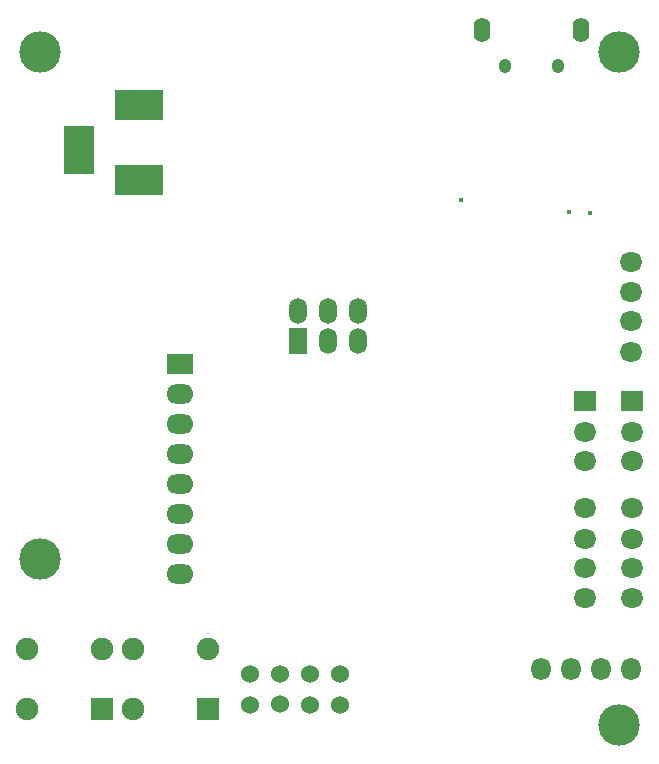
<source format=gbs>
%FSTAX23Y23*%
%MOIN*%
%SFA1B1*%

%IPPOS*%
%ADD40R,0.100000X0.160000*%
%ADD41R,0.160000X0.100000*%
%ADD42O,0.065000X0.075000*%
%ADD43C,0.138000*%
%ADD44O,0.090000X0.065000*%
%ADD45R,0.090000X0.065000*%
%ADD46O,0.075000X0.065000*%
%ADD47R,0.075000X0.075000*%
%ADD48C,0.075000*%
%ADD49O,0.041300X0.049200*%
%ADD50R,0.060000X0.086000*%
%ADD51O,0.060000X0.086000*%
%ADD52R,0.075000X0.065000*%
%ADD53C,0.060000*%
%ADD54C,0.015700*%
%ADD58O,0.055100X0.082700*%
%LNpcb_bug_v2-1*%
%LPD*%
G54D40*
X0227Y03495D03*
G54D41*
X0247Y03645D03*
Y03395D03*
G54D42*
X0381Y01766D03*
X03911D03*
X04009D03*
X0411D03*
G54D43*
X0407Y01578D03*
X02139Y03822D03*
X0407D03*
X0214Y0213D03*
G54D44*
X02605Y0208D03*
Y0228D03*
Y0248D03*
Y0258D03*
Y0268D03*
Y0238D03*
Y0218D03*
G54D45*
X02605Y0278D03*
G54D46*
X03957Y02D03*
Y02101D03*
Y02199D03*
Y023D03*
X04109Y02823D03*
Y02924D03*
Y03022D03*
Y03123D03*
X04113Y02D03*
Y02101D03*
Y02199D03*
Y023D03*
X03957Y02458D03*
Y02556D03*
X04113Y02458D03*
Y02556D03*
G54D47*
X02346Y0163D03*
X02698Y0163D03*
G54D48*
X02096Y0183D03*
Y0163D03*
X02346Y0183D03*
X02448Y0183D03*
Y0163D03*
X02698Y0183D03*
G54D49*
X0369Y03775D03*
X03865D03*
G54D50*
X03Y02857D03*
G54D51*
X031Y02857D03*
X03199D03*
X03Y02957D03*
X032D03*
X031D03*
G54D52*
X03957Y02657D03*
X04113D03*
G54D53*
X03139Y01646D03*
X03039D03*
X02939Y01648D03*
X02839Y01646D03*
X0284Y01749D03*
X02941Y01747D03*
X0304D03*
X0314D03*
G54D54*
X03974Y03286D03*
X03903Y03287D03*
X03543Y03327D03*
G54D58*
X03942Y03895D03*
X03613D03*
M02*
</source>
